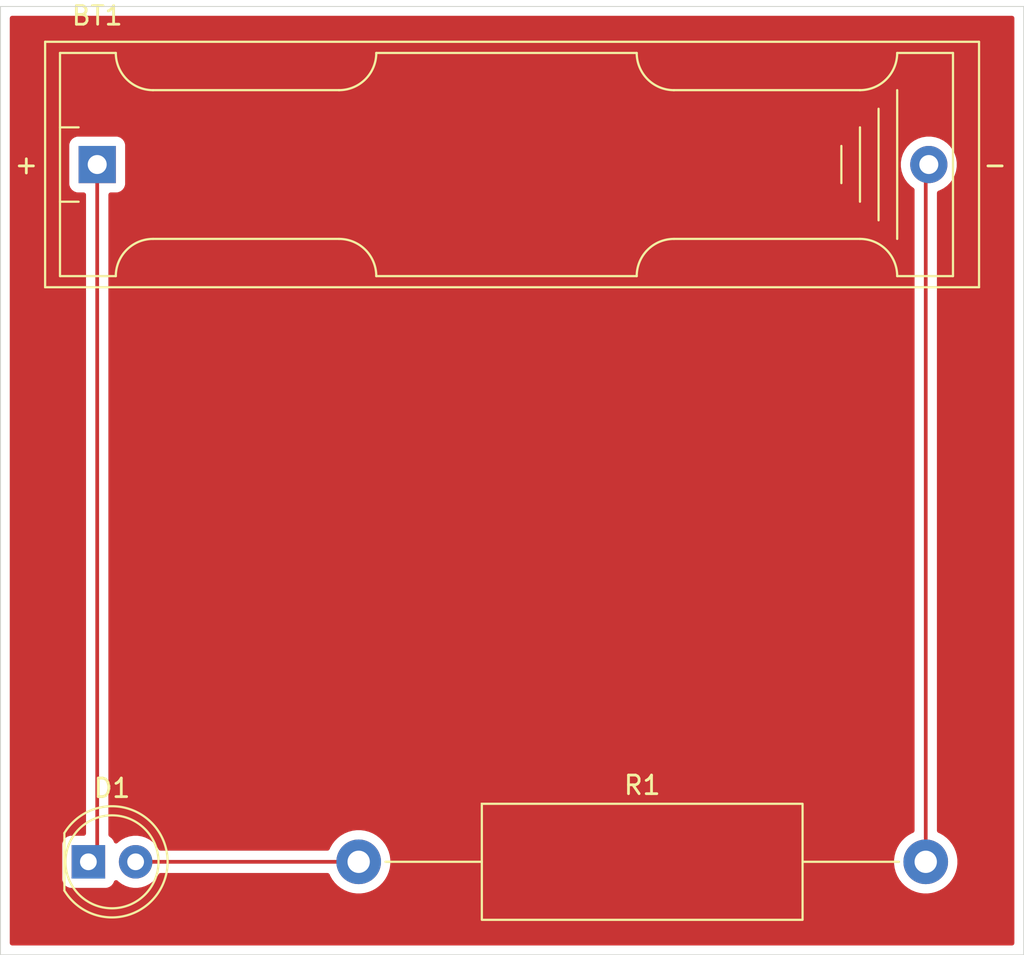
<source format=kicad_pcb>
(kicad_pcb (version 20241229) (generator "pcbnew") (generator_version "9.0")
  (layers (0 "F.Cu" signal) (2 "B.Cu" signal) (13 "F.Paste" user) (15 "B.Paste" user) (5 "F.SilkS" user "F.Silkscreen") (7 "B.SilkS" user "B.Silkscreen") (1 "F.Mask" user) (3 "B.Mask" user) (25 "Edge.Cuts" user))
  (net 0 "")
  (net 1 "Net-(BT1-+)")
  (net 2 "GND")
  (net 3 "Net-(D1-A)")
  (footprint "Battery:BatteryHolder_Keystone_2466_1xAAA" (layer "F.Cu") (at 135.2 78)
    (property "Reference" "BT1" (at 0 -8 180) (layer "F.SilkS"))
    (property "Value" "3V")
    (fp_line (start -2.8 -6.6) (end -2.8 6.6) (stroke (width 0.12)) (layer "F.SilkS"))
    (fp_line (start -2.8 6.6) (end 47.4 6.6) (stroke (width 0.12)) (layer "F.SilkS"))
    (fp_line (start -2 -6) (end -2 6) (stroke (width 0.12)) (layer "F.SilkS"))
    (fp_line (start -2 -6) (end 1 -6) (stroke (width 0.12)) (layer "F.SilkS"))
    (fp_line (start -2 -2) (end -1 -2) (stroke (width 0.12)) (layer "F.SilkS"))
    (fp_line (start -2 6) (end 1 6) (stroke (width 0.12)) (layer "F.SilkS"))
    (fp_line (start -1 2) (end -2 2) (stroke (width 0.12)) (layer "F.SilkS"))
    (fp_line (start 3 -4) (end 13 -4) (stroke (width 0.12)) (layer "F.SilkS"))
    (fp_line (start 3 4) (end 13 4) (stroke (width 0.12)) (layer "F.SilkS"))
    (fp_line (start 15 6) (end 29 6) (stroke (width 0.12)) (layer "F.SilkS"))
    (fp_line (start 29 -6) (end 15 -6) (stroke (width 0.12)) (layer "F.SilkS"))
    (fp_line (start 40 -1) (end 40 1) (stroke (width 0.12)) (layer "F.SilkS"))
    (fp_line (start 41 -4) (end 31 -4) (stroke (width 0.12)) (layer "F.SilkS"))
    (fp_line (start 41 -2) (end 41 2) (stroke (width 0.12)) (layer "F.SilkS"))
    (fp_line (start 41 4) (end 31 4) (stroke (width 0.12)) (layer "F.SilkS"))
    (fp_line (start 42 3) (end 42 -3) (stroke (width 0.12)) (layer "F.SilkS"))
    (fp_line (start 43 -4) (end 43 4) (stroke (width 0.12)) (layer "F.SilkS"))
    (fp_line (start 46 -6) (end 43 -6) (stroke (width 0.12)) (layer "F.SilkS"))
    (fp_line (start 46 -6) (end 46 6) (stroke (width 0.12)) (layer "F.SilkS"))
    (fp_line (start 46 6) (end 43 6) (stroke (width 0.12)) (layer "F.SilkS"))
    (fp_line (start 47.4 -6.6) (end -2.8 -6.6) (stroke (width 0.12)) (layer "F.SilkS"))
    (fp_line (start 47.4 6.6) (end 47.4 -6.6) (stroke (width 0.12)) (layer "F.SilkS"))
    (fp_arc (start 1 6) (mid 1.585786 4.585786) (end 3 4) (stroke (width 0.12)) (layer "F.SilkS"))
    (fp_arc (start 3 -4) (mid 1.585786 -4.585786) (end 1 -6) (stroke (width 0.12)) (layer "F.SilkS"))
    (fp_arc (start 13 4) (mid 14.414214 4.585786) (end 15 6) (stroke (width 0.12)) (layer "F.SilkS"))
    (fp_arc (start 15 -6) (mid 14.414214 -4.585786) (end 13 -4) (stroke (width 0.12)) (layer "F.SilkS"))
    (fp_arc (start 29 6) (mid 29.585786 4.585786) (end 31 4) (stroke (width 0.12)) (layer "F.SilkS"))
    (fp_arc (start 31 -4) (mid 29.585786 -4.585786) (end 29 -6) (stroke (width 0.12)) (layer "F.SilkS"))
    (fp_arc (start 41 4) (mid 42.414214 4.585786) (end 43 6) (stroke (width 0.12)) (layer "F.SilkS"))
    (fp_arc (start 43 -6) (mid 42.414214 -4.585786) (end 41 -4) (stroke (width 0.12)) (layer "F.SilkS"))
    (fp_text user "+" (at -3.81 0 0) (layer "F.SilkS"))
    (fp_text user "-" (at 48.26 0 0) (layer "F.SilkS"))
    (pad "1" thru_hole rect (at 0 0) (size 2 2) (drill 1.02) (layers "*.Cu" "*.Mask") (net 1 "Net-(BT1-+)"))
    (pad "2" thru_hole circle (at 44.7 0) (size 2 2) (drill 1.02) (layers "*.Cu" "*.Mask") (net 2 "GND"))
  )
  (footprint "LED_THT:LED_D5.0mm_IRGrey" (layer "F.Cu") (at 134.725 115.5)
    (property "Reference" "D1" (at 1.27 -3.96 0) (layer "F.SilkS"))
    (property "Value" "LED")
    (fp_line (start -1.29 -1.545) (end -1.29 1.545) (stroke (width 0.12)) (layer "F.SilkS"))
    (fp_arc (start -1.29 -1.54483) (mid 2.071779 -2.880495) (end 4.26 0) (stroke (width 0.12)) (layer "F.SilkS"))
    (fp_arc (start 4.26 0) (mid 2.071779 2.880495) (end -1.29 1.54483) (stroke (width 0.12)) (layer "F.SilkS"))
    (fp_circle (center 1.27 0) (end 3.77 0) (stroke (width 0.12)) (fill no) (layer "F.SilkS"))
    (pad "1" thru_hole rect (at 0 0) (size 1.8 1.8) (drill 0.9) (layers "*.Cu" "*.Mask") (net 1 "Net-(BT1-+)"))
    (pad "2" thru_hole circle (at 2.54 0) (size 1.8 1.8) (drill 0.9) (layers "*.Cu" "*.Mask") (net 3 "Net-(D1-A)"))
  )
  (footprint "Resistor_THT:R_Axial_DIN0617_L17.0mm_D6.0mm_P30.48mm_Horizontal" (layer "F.Cu") (at 149.255 115.5)
    (property "Reference" "R1" (at 15.24 -4.12 0) (layer "F.SilkS"))
    (property "Value" "100")
    (fp_line (start 1.44 0) (end 6.62 0) (stroke (width 0.12)) (layer "F.SilkS"))
    (fp_line (start 29.04 0) (end 23.86 0) (stroke (width 0.12)) (layer "F.SilkS"))
    (fp_rect (start 6.62 -3.12) (end 23.86 3.12) (stroke (width 0.12)) (fill no) (layer "F.SilkS"))
    (pad "1" thru_hole circle (at 0 0) (size 2.4 2.4) (drill 1.2) (layers "*.Cu" "*.Mask") (net 3 "Net-(D1-A)"))
    (pad "2" thru_hole circle (at 30.48 0) (size 2.4 2.4) (drill 1.2) (layers "*.Cu" "*.Mask") (net 2 "GND"))
  )
  (gr_rect (start 130 69.5) (end 185 120.5) (stroke (width 0.05)) (fill no) (layer "Edge.Cuts"))
  (segment (start 135.2 115.025) (end 134.725 115.5) (width 0.2) (layer "F.Cu") (net 1))
  (segment (start 135.2 78) (end 135.2 115.025) (width 0.2) (layer "F.Cu") (net 1))
  (segment (start 179.735 78.165) (end 179.9 78) (width 0.2) (layer "F.Cu") (net 2))
  (segment (start 179.735 115.5) (end 179.735 78.165) (width 0.2) (layer "F.Cu") (net 2))
  (segment (start 149.255 115.5) (end 137.265 115.5) (width 0.2) (layer "F.Cu") (net 3))
  (zone (net 0) (net_name "") (layer "F.Cu") (connect_pads (clearance 0.5)) (min_thickness 0.25) (fill yes (thermal_gap 0.5) (thermal_bridge_width 0.5) (island_removal_mode 1) (island_area_min 10))
    (polygon (pts (xy 185 120) (xy 185 69.5) (xy 130.5 69.5) (xy 130.5 120)))
  )
)
</source>
